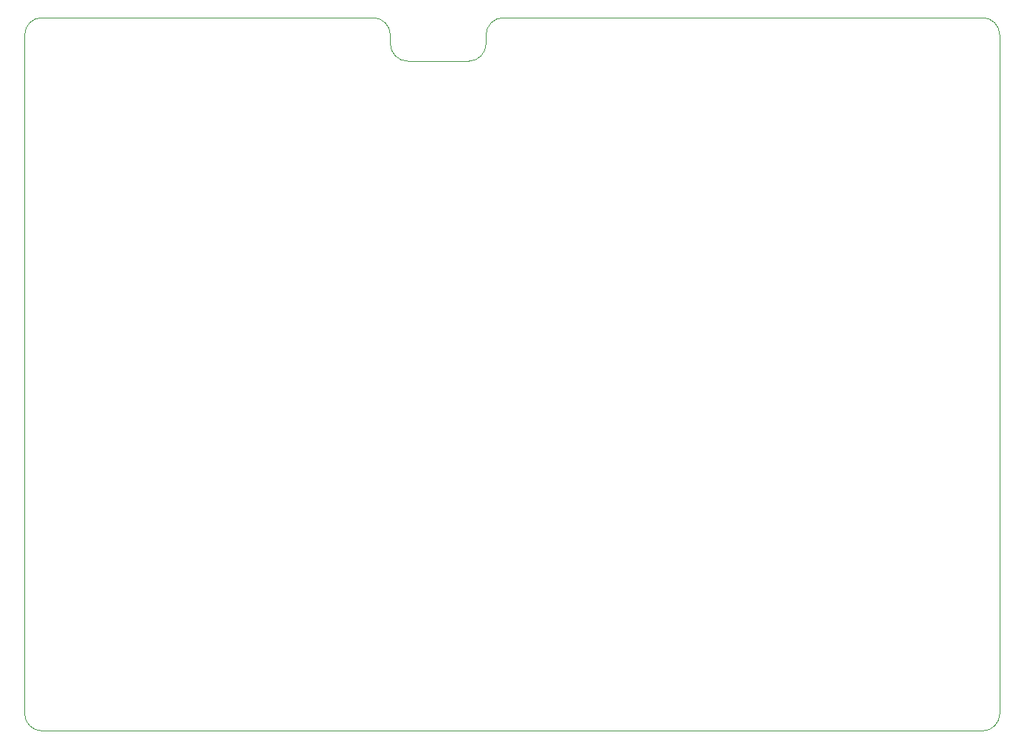
<source format=gm1>
%TF.GenerationSoftware,KiCad,Pcbnew,9.0.5*%
%TF.CreationDate,2025-11-19T18:58:23+01:00*%
%TF.ProjectId,aeris,61657269-732e-46b6-9963-61645f706362,rev?*%
%TF.SameCoordinates,Original*%
%TF.FileFunction,Profile,NP*%
%FSLAX46Y46*%
G04 Gerber Fmt 4.6, Leading zero omitted, Abs format (unit mm)*
G04 Created by KiCad (PCBNEW 9.0.5) date 2025-11-19 18:58:23*
%MOMM*%
%LPD*%
G01*
G04 APERTURE LIST*
%TA.AperFunction,Profile*%
%ADD10C,0.050000*%
%TD*%
G04 APERTURE END LIST*
D10*
X88000000Y-31000000D02*
X88000000Y-30000000D01*
X79000000Y-33000100D02*
X86000000Y-33000000D01*
X77000000Y-30000000D02*
X77000000Y-30980000D01*
X88000000Y-31000000D02*
G75*
G02*
X86000000Y-33000000I-2000000J0D01*
G01*
X79000000Y-33000100D02*
G75*
G02*
X77000000Y-30980000I0J2000100D01*
G01*
X88000000Y-30000000D02*
G75*
G02*
X90000000Y-28000000I2000000J0D01*
G01*
X75000000Y-28000000D02*
G75*
G02*
X77000000Y-30000000I0J-2000000D01*
G01*
X145000000Y-28000000D02*
X90000000Y-28000000D01*
X37000000Y-28000000D02*
X75000000Y-28000000D01*
X35000000Y-30000000D02*
X35000000Y-108000000D01*
X145000000Y-110000000D02*
X37000000Y-110000000D01*
X147000000Y-30000000D02*
X147000000Y-108000000D01*
X37000000Y-110000000D02*
G75*
G02*
X35000000Y-108000000I0J2000000D01*
G01*
X35000000Y-30000000D02*
G75*
G02*
X37000000Y-28000000I2000000J0D01*
G01*
X145000000Y-28000000D02*
G75*
G02*
X147000000Y-30000000I0J-2000000D01*
G01*
X147000000Y-108000000D02*
G75*
G02*
X145000000Y-110000000I-2000000J0D01*
G01*
M02*

</source>
